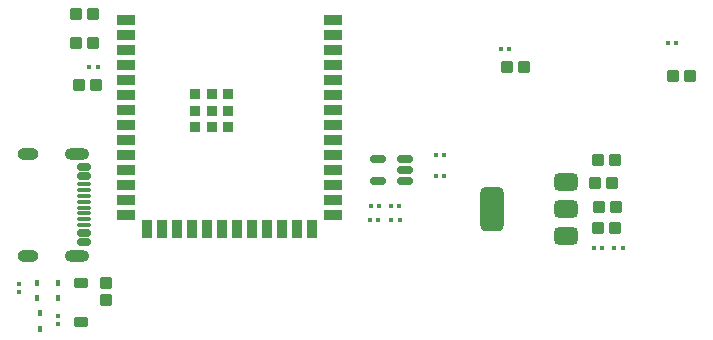
<source format=gbr>
%TF.GenerationSoftware,KiCad,Pcbnew,8.0.5*%
%TF.CreationDate,2024-11-06T17:44:16-08:00*%
%TF.ProjectId,PCB Board and Schematic,50434220-426f-4617-9264-20616e642053,rev?*%
%TF.SameCoordinates,Original*%
%TF.FileFunction,Paste,Top*%
%TF.FilePolarity,Positive*%
%FSLAX46Y46*%
G04 Gerber Fmt 4.6, Leading zero omitted, Abs format (unit mm)*
G04 Created by KiCad (PCBNEW 8.0.5) date 2024-11-06 17:44:16*
%MOMM*%
%LPD*%
G01*
G04 APERTURE LIST*
G04 Aperture macros list*
%AMRoundRect*
0 Rectangle with rounded corners*
0 $1 Rounding radius*
0 $2 $3 $4 $5 $6 $7 $8 $9 X,Y pos of 4 corners*
0 Add a 4 corners polygon primitive as box body*
4,1,4,$2,$3,$4,$5,$6,$7,$8,$9,$2,$3,0*
0 Add four circle primitives for the rounded corners*
1,1,$1+$1,$2,$3*
1,1,$1+$1,$4,$5*
1,1,$1+$1,$6,$7*
1,1,$1+$1,$8,$9*
0 Add four rect primitives between the rounded corners*
20,1,$1+$1,$2,$3,$4,$5,0*
20,1,$1+$1,$4,$5,$6,$7,0*
20,1,$1+$1,$6,$7,$8,$9,0*
20,1,$1+$1,$8,$9,$2,$3,0*%
G04 Aperture macros list end*
%ADD10RoundRect,0.250000X0.287500X0.275000X-0.287500X0.275000X-0.287500X-0.275000X0.287500X-0.275000X0*%
%ADD11RoundRect,0.250000X-0.287500X-0.275000X0.287500X-0.275000X0.287500X0.275000X-0.287500X0.275000X0*%
%ADD12R,0.400000X0.480000*%
%ADD13RoundRect,0.079500X0.079500X0.100500X-0.079500X0.100500X-0.079500X-0.100500X0.079500X-0.100500X0*%
%ADD14RoundRect,0.225000X-0.375000X0.225000X-0.375000X-0.225000X0.375000X-0.225000X0.375000X0.225000X0*%
%ADD15RoundRect,0.079500X-0.079500X-0.100500X0.079500X-0.100500X0.079500X0.100500X-0.079500X0.100500X0*%
%ADD16RoundRect,0.150000X0.512500X0.150000X-0.512500X0.150000X-0.512500X-0.150000X0.512500X-0.150000X0*%
%ADD17RoundRect,0.079500X-0.100500X0.079500X-0.100500X-0.079500X0.100500X-0.079500X0.100500X0.079500X0*%
%ADD18RoundRect,0.375000X0.625000X0.375000X-0.625000X0.375000X-0.625000X-0.375000X0.625000X-0.375000X0*%
%ADD19RoundRect,0.500000X0.500000X1.400000X-0.500000X1.400000X-0.500000X-1.400000X0.500000X-1.400000X0*%
%ADD20RoundRect,0.250000X0.275000X-0.287500X0.275000X0.287500X-0.275000X0.287500X-0.275000X-0.287500X0*%
%ADD21RoundRect,0.150000X-0.425000X0.150000X-0.425000X-0.150000X0.425000X-0.150000X0.425000X0.150000X0*%
%ADD22RoundRect,0.075000X-0.500000X0.075000X-0.500000X-0.075000X0.500000X-0.075000X0.500000X0.075000X0*%
%ADD23O,2.100000X1.000000*%
%ADD24O,1.800000X1.000000*%
%ADD25R,0.900000X0.900000*%
%ADD26R,1.500000X0.900000*%
%ADD27R,0.900000X1.500000*%
G04 APERTURE END LIST*
D10*
%TO.C,C2*%
X108212500Y-53750000D03*
X106787500Y-53750000D03*
%TD*%
D11*
%TO.C,C9*%
X157325000Y-56500000D03*
X158750000Y-56500000D03*
%TD*%
D12*
%TO.C,D2*%
X105200000Y-74040000D03*
X105200000Y-75360000D03*
%TD*%
D13*
%TO.C,R3*%
X143415000Y-54250000D03*
X142725000Y-54250000D03*
%TD*%
D11*
%TO.C,C8*%
X143250000Y-55750000D03*
X144675000Y-55750000D03*
%TD*%
D14*
%TO.C,D4*%
X107200000Y-74050000D03*
X107200000Y-77350000D03*
%TD*%
D15*
%TO.C,R8*%
X131655000Y-68750000D03*
X132345000Y-68750000D03*
%TD*%
D11*
%TO.C,C4*%
X150950000Y-69370000D03*
X152375000Y-69370000D03*
%TD*%
D15*
%TO.C,C11*%
X133405000Y-67500000D03*
X134095000Y-67500000D03*
%TD*%
D13*
%TO.C,D1*%
X153045000Y-71100000D03*
X152355000Y-71100000D03*
%TD*%
D15*
%TO.C,R1*%
X107905000Y-55750000D03*
X108595000Y-55750000D03*
%TD*%
D16*
%TO.C,U3*%
X134637500Y-65450000D03*
X134637500Y-64500000D03*
X134637500Y-63550000D03*
X132362500Y-63550000D03*
X132362500Y-65450000D03*
%TD*%
D12*
%TO.C,D9*%
X103700000Y-76630000D03*
X103700000Y-77950000D03*
%TD*%
D17*
%TO.C,R5*%
X101950000Y-74105000D03*
X101950000Y-74795000D03*
%TD*%
D15*
%TO.C,C13*%
X137250000Y-65000000D03*
X137940000Y-65000000D03*
%TD*%
D18*
%TO.C,U2*%
X148250000Y-70100000D03*
X148250000Y-67800000D03*
D19*
X141950000Y-67800000D03*
D18*
X148250000Y-65500000D03*
%TD*%
D20*
%TO.C,C10*%
X109340000Y-75517500D03*
X109340000Y-74092500D03*
%TD*%
D15*
%TO.C,C12*%
X137250000Y-63250000D03*
X137940000Y-63250000D03*
%TD*%
D11*
%TO.C,C6*%
X150737500Y-65600000D03*
X152162500Y-65600000D03*
%TD*%
D15*
%TO.C,D5*%
X131725000Y-67500000D03*
X132415000Y-67500000D03*
%TD*%
D10*
%TO.C,C3*%
X108212500Y-51250000D03*
X106787500Y-51250000D03*
%TD*%
D17*
%TO.C,R6*%
X105200000Y-76855000D03*
X105200000Y-77545000D03*
%TD*%
D15*
%TO.C,R7*%
X133475000Y-68750000D03*
X134165000Y-68750000D03*
%TD*%
D21*
%TO.C,J1*%
X107425000Y-64215000D03*
X107425000Y-65015000D03*
D22*
X107425000Y-66165000D03*
X107425000Y-67165000D03*
X107425000Y-67665000D03*
X107425000Y-68665000D03*
D21*
X107425000Y-69815000D03*
X107425000Y-70615000D03*
X107425000Y-70615000D03*
X107425000Y-69815000D03*
D22*
X107425000Y-69165000D03*
X107425000Y-68165000D03*
X107425000Y-66665000D03*
X107425000Y-65665000D03*
D21*
X107425000Y-65015000D03*
X107425000Y-64215000D03*
D23*
X106850000Y-63095000D03*
D24*
X102670000Y-63095000D03*
D23*
X106850000Y-71735000D03*
D24*
X102670000Y-71735000D03*
%TD*%
D25*
%TO.C,U1*%
X116850000Y-58070000D03*
X116850000Y-59470000D03*
X116850000Y-60870000D03*
X118250000Y-58070000D03*
X118250000Y-59470000D03*
X118250000Y-60870000D03*
X119650000Y-58070000D03*
X119650000Y-59470000D03*
X119650000Y-60870000D03*
D26*
X111000000Y-51750000D03*
X111000000Y-53020000D03*
X111000000Y-54290000D03*
X111000000Y-55560000D03*
X111000000Y-56830000D03*
X111000000Y-58100000D03*
X111000000Y-59370000D03*
X111000000Y-60640000D03*
X111000000Y-61910000D03*
X111000000Y-63180000D03*
X111000000Y-64450000D03*
X111000000Y-65720000D03*
X111000000Y-66990000D03*
X111000000Y-68260000D03*
D27*
X112765000Y-69510000D03*
X114035000Y-69510000D03*
X115305000Y-69510000D03*
X116575000Y-69510000D03*
X117845000Y-69510000D03*
X119115000Y-69510000D03*
X120385000Y-69510000D03*
X121655000Y-69510000D03*
X122925000Y-69510000D03*
X124195000Y-69510000D03*
X125465000Y-69510000D03*
X126735000Y-69510000D03*
D26*
X128500000Y-68260000D03*
X128500000Y-66990000D03*
X128500000Y-65720000D03*
X128500000Y-64450000D03*
X128500000Y-63180000D03*
X128500000Y-61910000D03*
X128500000Y-60640000D03*
X128500000Y-59370000D03*
X128500000Y-58100000D03*
X128500000Y-56830000D03*
X128500000Y-55560000D03*
X128500000Y-54290000D03*
X128500000Y-53020000D03*
X128500000Y-51750000D03*
%TD*%
D12*
%TO.C,D3*%
X103450000Y-75360000D03*
X103450000Y-74040000D03*
%TD*%
D11*
%TO.C,C1*%
X107037500Y-57250000D03*
X108462500Y-57250000D03*
%TD*%
%TO.C,C5*%
X151025000Y-67620000D03*
X152450000Y-67620000D03*
%TD*%
D13*
%TO.C,R4*%
X157595000Y-53750000D03*
X156905000Y-53750000D03*
%TD*%
D15*
%TO.C,R2*%
X150605000Y-71100000D03*
X151295000Y-71100000D03*
%TD*%
D11*
%TO.C,C7*%
X150987500Y-63600000D03*
X152412500Y-63600000D03*
%TD*%
M02*

</source>
